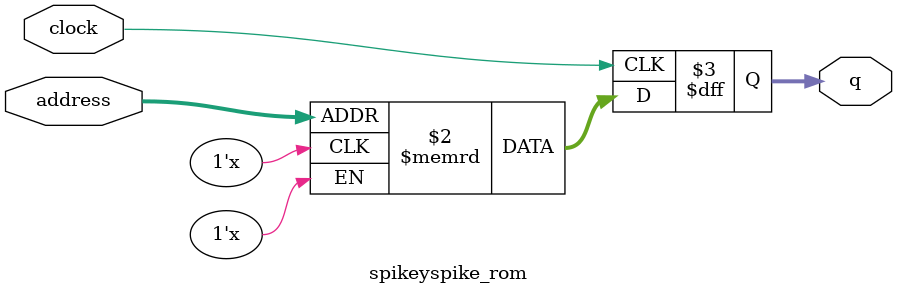
<source format=sv>
module spikeyspike_rom (
	input logic clock,
	input logic [9:0] address,
	output logic [3:0] q
);

logic [3:0] memory [0:1023] /* synthesis ram_init_file = "./spikeyspike/spikeyspike.mif" */;

always_ff @ (posedge clock) begin
	q <= memory[address];
end

endmodule

</source>
